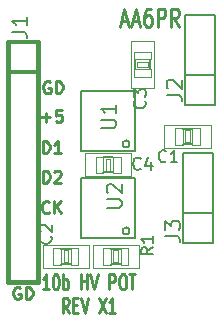
<source format=gto>
G04 (created by PCBNEW-RS274X (2012-01-19 BZR 3256)-stable) date 08/02/2013 12:46:22*
G01*
G70*
G90*
%MOIN*%
G04 Gerber Fmt 3.4, Leading zero omitted, Abs format*
%FSLAX34Y34*%
G04 APERTURE LIST*
%ADD10C,0.006000*%
%ADD11C,0.010000*%
%ADD12C,0.008800*%
%ADD13C,0.015000*%
%ADD14C,0.012000*%
%ADD15C,0.005000*%
%ADD16C,0.002600*%
%ADD17C,0.002000*%
%ADD18C,0.008000*%
G04 APERTURE END LIST*
G54D10*
G54D11*
X38565Y-20681D02*
X38527Y-20662D01*
X38470Y-20662D01*
X38412Y-20681D01*
X38374Y-20719D01*
X38355Y-20757D01*
X38336Y-20833D01*
X38336Y-20890D01*
X38355Y-20967D01*
X38374Y-21005D01*
X38412Y-21043D01*
X38470Y-21062D01*
X38508Y-21062D01*
X38565Y-21043D01*
X38584Y-21024D01*
X38584Y-20890D01*
X38508Y-20890D01*
X38755Y-21062D02*
X38755Y-20662D01*
X38850Y-20662D01*
X38908Y-20681D01*
X38946Y-20719D01*
X38965Y-20757D01*
X38984Y-20833D01*
X38984Y-20890D01*
X38965Y-20967D01*
X38946Y-21005D01*
X38908Y-21043D01*
X38850Y-21062D01*
X38755Y-21062D01*
X38325Y-24042D02*
X38325Y-23642D01*
X38420Y-23642D01*
X38478Y-23661D01*
X38516Y-23699D01*
X38535Y-23737D01*
X38554Y-23813D01*
X38554Y-23870D01*
X38535Y-23947D01*
X38516Y-23985D01*
X38478Y-24023D01*
X38420Y-24042D01*
X38325Y-24042D01*
X38706Y-23680D02*
X38725Y-23661D01*
X38763Y-23642D01*
X38859Y-23642D01*
X38897Y-23661D01*
X38916Y-23680D01*
X38935Y-23718D01*
X38935Y-23756D01*
X38916Y-23813D01*
X38687Y-24042D01*
X38935Y-24042D01*
X38325Y-23062D02*
X38325Y-22662D01*
X38420Y-22662D01*
X38478Y-22681D01*
X38516Y-22719D01*
X38535Y-22757D01*
X38554Y-22833D01*
X38554Y-22890D01*
X38535Y-22967D01*
X38516Y-23005D01*
X38478Y-23043D01*
X38420Y-23062D01*
X38325Y-23062D01*
X38935Y-23062D02*
X38706Y-23062D01*
X38820Y-23062D02*
X38820Y-22662D01*
X38782Y-22719D01*
X38744Y-22757D01*
X38706Y-22776D01*
X37565Y-27541D02*
X37527Y-27522D01*
X37470Y-27522D01*
X37412Y-27541D01*
X37374Y-27579D01*
X37355Y-27617D01*
X37336Y-27693D01*
X37336Y-27750D01*
X37355Y-27827D01*
X37374Y-27865D01*
X37412Y-27903D01*
X37470Y-27922D01*
X37508Y-27922D01*
X37565Y-27903D01*
X37584Y-27884D01*
X37584Y-27750D01*
X37508Y-27750D01*
X37755Y-27922D02*
X37755Y-27522D01*
X37850Y-27522D01*
X37908Y-27541D01*
X37946Y-27579D01*
X37965Y-27617D01*
X37984Y-27693D01*
X37984Y-27750D01*
X37965Y-27827D01*
X37946Y-27865D01*
X37908Y-27903D01*
X37850Y-27922D01*
X37755Y-27922D01*
X38544Y-25024D02*
X38525Y-25043D01*
X38468Y-25062D01*
X38430Y-25062D01*
X38372Y-25043D01*
X38334Y-25005D01*
X38315Y-24967D01*
X38296Y-24890D01*
X38296Y-24833D01*
X38315Y-24757D01*
X38334Y-24719D01*
X38372Y-24681D01*
X38430Y-24662D01*
X38468Y-24662D01*
X38525Y-24681D01*
X38544Y-24700D01*
X38715Y-25062D02*
X38715Y-24662D01*
X38944Y-25062D02*
X38772Y-24833D01*
X38944Y-24662D02*
X38715Y-24890D01*
X38277Y-21870D02*
X38582Y-21870D01*
X38430Y-22022D02*
X38430Y-21717D01*
X38963Y-21622D02*
X38772Y-21622D01*
X38753Y-21812D01*
X38772Y-21793D01*
X38810Y-21774D01*
X38906Y-21774D01*
X38944Y-21793D01*
X38963Y-21812D01*
X38982Y-21850D01*
X38982Y-21946D01*
X38963Y-21984D01*
X38944Y-22003D01*
X38906Y-22022D01*
X38810Y-22022D01*
X38772Y-22003D01*
X38753Y-21984D01*
X40936Y-18671D02*
X41150Y-18671D01*
X40893Y-18843D02*
X41043Y-18243D01*
X41193Y-18843D01*
X41322Y-18671D02*
X41536Y-18671D01*
X41279Y-18843D02*
X41429Y-18243D01*
X41579Y-18843D01*
X41922Y-18243D02*
X41836Y-18243D01*
X41793Y-18271D01*
X41772Y-18300D01*
X41729Y-18386D01*
X41708Y-18500D01*
X41708Y-18729D01*
X41729Y-18786D01*
X41751Y-18814D01*
X41793Y-18843D01*
X41879Y-18843D01*
X41922Y-18814D01*
X41943Y-18786D01*
X41965Y-18729D01*
X41965Y-18586D01*
X41943Y-18529D01*
X41922Y-18500D01*
X41879Y-18471D01*
X41793Y-18471D01*
X41751Y-18500D01*
X41729Y-18529D01*
X41708Y-18586D01*
X42158Y-18843D02*
X42158Y-18243D01*
X42330Y-18243D01*
X42372Y-18271D01*
X42394Y-18300D01*
X42415Y-18357D01*
X42415Y-18443D01*
X42394Y-18500D01*
X42372Y-18529D01*
X42330Y-18557D01*
X42158Y-18557D01*
X42865Y-18843D02*
X42715Y-18557D01*
X42608Y-18843D02*
X42608Y-18243D01*
X42780Y-18243D01*
X42822Y-18271D01*
X42844Y-18300D01*
X42865Y-18357D01*
X42865Y-18443D01*
X42844Y-18500D01*
X42822Y-18529D01*
X42780Y-18557D01*
X42608Y-18557D01*
G54D12*
X38533Y-27602D02*
X38333Y-27602D01*
X38433Y-27602D02*
X38433Y-27102D01*
X38399Y-27174D01*
X38366Y-27221D01*
X38333Y-27245D01*
X38749Y-27102D02*
X38782Y-27102D01*
X38816Y-27126D01*
X38832Y-27150D01*
X38849Y-27198D01*
X38866Y-27293D01*
X38866Y-27412D01*
X38849Y-27507D01*
X38832Y-27555D01*
X38816Y-27579D01*
X38782Y-27602D01*
X38749Y-27602D01*
X38716Y-27579D01*
X38699Y-27555D01*
X38682Y-27507D01*
X38666Y-27412D01*
X38666Y-27293D01*
X38682Y-27198D01*
X38699Y-27150D01*
X38716Y-27126D01*
X38749Y-27102D01*
X39015Y-27602D02*
X39015Y-27102D01*
X39015Y-27293D02*
X39049Y-27269D01*
X39115Y-27269D01*
X39149Y-27293D01*
X39165Y-27317D01*
X39182Y-27364D01*
X39182Y-27507D01*
X39165Y-27555D01*
X39149Y-27579D01*
X39115Y-27602D01*
X39049Y-27602D01*
X39015Y-27579D01*
X39599Y-27602D02*
X39599Y-27102D01*
X39599Y-27340D02*
X39799Y-27340D01*
X39799Y-27602D02*
X39799Y-27102D01*
X39916Y-27102D02*
X40033Y-27602D01*
X40150Y-27102D01*
X40533Y-27602D02*
X40533Y-27102D01*
X40667Y-27102D01*
X40700Y-27126D01*
X40717Y-27150D01*
X40733Y-27198D01*
X40733Y-27269D01*
X40717Y-27317D01*
X40700Y-27340D01*
X40667Y-27364D01*
X40533Y-27364D01*
X40950Y-27102D02*
X41017Y-27102D01*
X41050Y-27126D01*
X41083Y-27174D01*
X41100Y-27269D01*
X41100Y-27436D01*
X41083Y-27531D01*
X41050Y-27579D01*
X41017Y-27602D01*
X40950Y-27602D01*
X40917Y-27579D01*
X40883Y-27531D01*
X40867Y-27436D01*
X40867Y-27269D01*
X40883Y-27174D01*
X40917Y-27126D01*
X40950Y-27102D01*
X41200Y-27102D02*
X41400Y-27102D01*
X41300Y-27602D02*
X41300Y-27102D01*
X39183Y-28390D02*
X39067Y-28152D01*
X38983Y-28390D02*
X38983Y-27890D01*
X39117Y-27890D01*
X39150Y-27914D01*
X39167Y-27938D01*
X39183Y-27986D01*
X39183Y-28057D01*
X39167Y-28105D01*
X39150Y-28128D01*
X39117Y-28152D01*
X38983Y-28152D01*
X39333Y-28128D02*
X39450Y-28128D01*
X39500Y-28390D02*
X39333Y-28390D01*
X39333Y-27890D01*
X39500Y-27890D01*
X39600Y-27890D02*
X39717Y-28390D01*
X39834Y-27890D01*
X40184Y-27890D02*
X40417Y-28390D01*
X40417Y-27890D02*
X40184Y-28390D01*
X40734Y-28390D02*
X40534Y-28390D01*
X40634Y-28390D02*
X40634Y-27890D01*
X40600Y-27962D01*
X40567Y-28009D01*
X40534Y-28033D01*
G54D10*
X44050Y-21450D02*
X43050Y-21450D01*
X43050Y-21450D02*
X43050Y-18450D01*
X43050Y-18450D02*
X44050Y-18450D01*
X44050Y-18450D02*
X44050Y-21450D01*
X43050Y-20450D02*
X44050Y-20450D01*
X44000Y-26050D02*
X43000Y-26050D01*
X43000Y-26050D02*
X43000Y-23050D01*
X43000Y-23050D02*
X44000Y-23050D01*
X44000Y-23050D02*
X44000Y-26050D01*
X43000Y-25050D02*
X44000Y-25050D01*
G54D13*
X38150Y-19350D02*
X38150Y-27350D01*
X38150Y-27350D02*
X37150Y-27350D01*
X37150Y-27350D02*
X37150Y-19350D01*
G54D14*
X37150Y-19350D02*
X38150Y-19350D01*
X37150Y-20350D02*
X38150Y-20350D01*
G54D15*
X41211Y-22750D02*
X41208Y-22771D01*
X41202Y-22792D01*
X41192Y-22811D01*
X41178Y-22828D01*
X41162Y-22842D01*
X41143Y-22852D01*
X41122Y-22858D01*
X41100Y-22860D01*
X41080Y-22859D01*
X41059Y-22852D01*
X41040Y-22842D01*
X41023Y-22829D01*
X41009Y-22812D01*
X40998Y-22793D01*
X40992Y-22773D01*
X40990Y-22751D01*
X40991Y-22730D01*
X40997Y-22710D01*
X41007Y-22690D01*
X41021Y-22673D01*
X41037Y-22659D01*
X41056Y-22649D01*
X41077Y-22642D01*
X41098Y-22640D01*
X41119Y-22641D01*
X41140Y-22647D01*
X41159Y-22657D01*
X41176Y-22670D01*
X41190Y-22687D01*
X41201Y-22705D01*
X41208Y-22726D01*
X41210Y-22747D01*
X41211Y-22750D01*
X39600Y-21000D02*
X39600Y-23000D01*
X39600Y-23000D02*
X41400Y-23000D01*
X41400Y-23000D02*
X41400Y-21000D01*
X41400Y-21000D02*
X39600Y-21000D01*
X41211Y-25650D02*
X41208Y-25671D01*
X41202Y-25692D01*
X41192Y-25711D01*
X41178Y-25728D01*
X41162Y-25742D01*
X41143Y-25752D01*
X41122Y-25758D01*
X41100Y-25760D01*
X41080Y-25759D01*
X41059Y-25752D01*
X41040Y-25742D01*
X41023Y-25729D01*
X41009Y-25712D01*
X40998Y-25693D01*
X40992Y-25673D01*
X40990Y-25651D01*
X40991Y-25630D01*
X40997Y-25610D01*
X41007Y-25590D01*
X41021Y-25573D01*
X41037Y-25559D01*
X41056Y-25549D01*
X41077Y-25542D01*
X41098Y-25540D01*
X41119Y-25541D01*
X41140Y-25547D01*
X41159Y-25557D01*
X41176Y-25570D01*
X41190Y-25587D01*
X41201Y-25605D01*
X41208Y-25626D01*
X41210Y-25647D01*
X41211Y-25650D01*
X39600Y-23900D02*
X39600Y-25900D01*
X39600Y-25900D02*
X41400Y-25900D01*
X41400Y-25900D02*
X41400Y-23900D01*
X41400Y-23900D02*
X39600Y-23900D01*
G54D16*
X42990Y-22225D02*
X42735Y-22225D01*
X42735Y-22225D02*
X42735Y-22776D01*
X42990Y-22776D02*
X42735Y-22776D01*
X42990Y-22225D02*
X42990Y-22776D01*
X43570Y-22225D02*
X43314Y-22225D01*
X43314Y-22225D02*
X43314Y-22776D01*
X43570Y-22776D02*
X43314Y-22776D01*
X43570Y-22225D02*
X43570Y-22776D01*
X43228Y-22304D02*
X43072Y-22304D01*
X43072Y-22304D02*
X43072Y-22696D01*
X43228Y-22696D02*
X43072Y-22696D01*
X43228Y-22304D02*
X43228Y-22696D01*
G54D10*
X43311Y-22750D02*
X42989Y-22750D01*
X43311Y-22250D02*
X42989Y-22250D01*
G54D17*
X43926Y-22887D02*
X42374Y-22887D01*
X42374Y-22887D02*
X42374Y-22113D01*
X42374Y-22113D02*
X43926Y-22113D01*
X43926Y-22113D02*
X43926Y-22887D01*
G54D16*
X39260Y-26775D02*
X39515Y-26775D01*
X39515Y-26775D02*
X39515Y-26224D01*
X39260Y-26224D02*
X39515Y-26224D01*
X39260Y-26775D02*
X39260Y-26224D01*
X38680Y-26775D02*
X38936Y-26775D01*
X38936Y-26775D02*
X38936Y-26224D01*
X38680Y-26224D02*
X38936Y-26224D01*
X38680Y-26775D02*
X38680Y-26224D01*
X39022Y-26696D02*
X39178Y-26696D01*
X39178Y-26696D02*
X39178Y-26304D01*
X39022Y-26304D02*
X39178Y-26304D01*
X39022Y-26696D02*
X39022Y-26304D01*
G54D10*
X38939Y-26250D02*
X39261Y-26250D01*
X38939Y-26750D02*
X39261Y-26750D01*
G54D17*
X38324Y-26113D02*
X39876Y-26113D01*
X39876Y-26113D02*
X39876Y-26887D01*
X39876Y-26887D02*
X38324Y-26887D01*
X38324Y-26887D02*
X38324Y-26113D01*
G54D16*
X41925Y-19940D02*
X41925Y-19685D01*
X41925Y-19685D02*
X41374Y-19685D01*
X41374Y-19940D02*
X41374Y-19685D01*
X41925Y-19940D02*
X41374Y-19940D01*
X41925Y-20520D02*
X41925Y-20264D01*
X41925Y-20264D02*
X41374Y-20264D01*
X41374Y-20520D02*
X41374Y-20264D01*
X41925Y-20520D02*
X41374Y-20520D01*
X41846Y-20178D02*
X41846Y-20022D01*
X41846Y-20022D02*
X41454Y-20022D01*
X41454Y-20178D02*
X41454Y-20022D01*
X41846Y-20178D02*
X41454Y-20178D01*
G54D10*
X41400Y-20261D02*
X41400Y-19939D01*
X41900Y-20261D02*
X41900Y-19939D01*
G54D17*
X41263Y-20876D02*
X41263Y-19324D01*
X41263Y-19324D02*
X42037Y-19324D01*
X42037Y-19324D02*
X42037Y-20876D01*
X42037Y-20876D02*
X41263Y-20876D01*
G54D16*
X40340Y-23175D02*
X40085Y-23175D01*
X40085Y-23175D02*
X40085Y-23726D01*
X40340Y-23726D02*
X40085Y-23726D01*
X40340Y-23175D02*
X40340Y-23726D01*
X40920Y-23175D02*
X40664Y-23175D01*
X40664Y-23175D02*
X40664Y-23726D01*
X40920Y-23726D02*
X40664Y-23726D01*
X40920Y-23175D02*
X40920Y-23726D01*
X40578Y-23254D02*
X40422Y-23254D01*
X40422Y-23254D02*
X40422Y-23646D01*
X40578Y-23646D02*
X40422Y-23646D01*
X40578Y-23254D02*
X40578Y-23646D01*
G54D10*
X40661Y-23700D02*
X40339Y-23700D01*
X40661Y-23200D02*
X40339Y-23200D01*
G54D17*
X41276Y-23837D02*
X39724Y-23837D01*
X39724Y-23837D02*
X39724Y-23063D01*
X39724Y-23063D02*
X41276Y-23063D01*
X41276Y-23063D02*
X41276Y-23837D01*
G54D16*
X40600Y-26225D02*
X40345Y-26225D01*
X40345Y-26225D02*
X40345Y-26776D01*
X40600Y-26776D02*
X40345Y-26776D01*
X40600Y-26225D02*
X40600Y-26776D01*
X41180Y-26225D02*
X40924Y-26225D01*
X40924Y-26225D02*
X40924Y-26776D01*
X41180Y-26776D02*
X40924Y-26776D01*
X41180Y-26225D02*
X41180Y-26776D01*
X40838Y-26304D02*
X40682Y-26304D01*
X40682Y-26304D02*
X40682Y-26696D01*
X40838Y-26696D02*
X40682Y-26696D01*
X40838Y-26304D02*
X40838Y-26696D01*
G54D10*
X40921Y-26750D02*
X40599Y-26750D01*
X40921Y-26250D02*
X40599Y-26250D01*
G54D17*
X41536Y-26887D02*
X39984Y-26887D01*
X39984Y-26887D02*
X39984Y-26113D01*
X39984Y-26113D02*
X41536Y-26113D01*
X41536Y-26113D02*
X41536Y-26887D01*
G54D18*
X42452Y-21116D02*
X42810Y-21116D01*
X42881Y-21140D01*
X42929Y-21188D01*
X42952Y-21259D01*
X42952Y-21307D01*
X42500Y-20902D02*
X42476Y-20878D01*
X42452Y-20830D01*
X42452Y-20711D01*
X42476Y-20664D01*
X42500Y-20640D01*
X42548Y-20616D01*
X42595Y-20616D01*
X42667Y-20640D01*
X42952Y-20926D01*
X42952Y-20616D01*
X42402Y-25816D02*
X42760Y-25816D01*
X42831Y-25840D01*
X42879Y-25888D01*
X42902Y-25959D01*
X42902Y-26007D01*
X42402Y-25626D02*
X42402Y-25316D01*
X42593Y-25483D01*
X42593Y-25411D01*
X42617Y-25364D01*
X42640Y-25340D01*
X42688Y-25316D01*
X42807Y-25316D01*
X42855Y-25340D01*
X42879Y-25364D01*
X42902Y-25411D01*
X42902Y-25554D01*
X42879Y-25602D01*
X42855Y-25626D01*
X37302Y-19016D02*
X37660Y-19016D01*
X37731Y-19040D01*
X37779Y-19088D01*
X37802Y-19159D01*
X37802Y-19207D01*
X37802Y-18516D02*
X37802Y-18802D01*
X37802Y-18659D02*
X37302Y-18659D01*
X37374Y-18707D01*
X37421Y-18754D01*
X37445Y-18802D01*
G54D15*
X40252Y-22231D02*
X40657Y-22231D01*
X40705Y-22207D01*
X40729Y-22183D01*
X40752Y-22136D01*
X40752Y-22040D01*
X40729Y-21993D01*
X40705Y-21969D01*
X40657Y-21945D01*
X40252Y-21945D01*
X40752Y-21445D02*
X40752Y-21731D01*
X40752Y-21588D02*
X40252Y-21588D01*
X40324Y-21636D01*
X40371Y-21683D01*
X40395Y-21731D01*
X40452Y-24881D02*
X40857Y-24881D01*
X40905Y-24857D01*
X40929Y-24833D01*
X40952Y-24786D01*
X40952Y-24690D01*
X40929Y-24643D01*
X40905Y-24619D01*
X40857Y-24595D01*
X40452Y-24595D01*
X40500Y-24381D02*
X40476Y-24357D01*
X40452Y-24309D01*
X40452Y-24190D01*
X40476Y-24143D01*
X40500Y-24119D01*
X40548Y-24095D01*
X40595Y-24095D01*
X40667Y-24119D01*
X40952Y-24405D01*
X40952Y-24095D01*
X42434Y-23324D02*
X42415Y-23343D01*
X42358Y-23362D01*
X42320Y-23362D01*
X42262Y-23343D01*
X42224Y-23305D01*
X42205Y-23267D01*
X42186Y-23190D01*
X42186Y-23133D01*
X42205Y-23057D01*
X42224Y-23019D01*
X42262Y-22981D01*
X42320Y-22962D01*
X42358Y-22962D01*
X42415Y-22981D01*
X42434Y-23000D01*
X42815Y-23362D02*
X42586Y-23362D01*
X42700Y-23362D02*
X42700Y-22962D01*
X42662Y-23019D01*
X42624Y-23057D01*
X42586Y-23076D01*
X38584Y-25826D02*
X38603Y-25845D01*
X38622Y-25902D01*
X38622Y-25940D01*
X38603Y-25998D01*
X38565Y-26036D01*
X38527Y-26055D01*
X38450Y-26074D01*
X38393Y-26074D01*
X38317Y-26055D01*
X38279Y-26036D01*
X38241Y-25998D01*
X38222Y-25940D01*
X38222Y-25902D01*
X38241Y-25845D01*
X38260Y-25826D01*
X38260Y-25674D02*
X38241Y-25655D01*
X38222Y-25617D01*
X38222Y-25521D01*
X38241Y-25483D01*
X38260Y-25464D01*
X38298Y-25445D01*
X38336Y-25445D01*
X38393Y-25464D01*
X38622Y-25693D01*
X38622Y-25445D01*
X41724Y-21316D02*
X41743Y-21335D01*
X41762Y-21392D01*
X41762Y-21430D01*
X41743Y-21488D01*
X41705Y-21526D01*
X41667Y-21545D01*
X41590Y-21564D01*
X41533Y-21564D01*
X41457Y-21545D01*
X41419Y-21526D01*
X41381Y-21488D01*
X41362Y-21430D01*
X41362Y-21392D01*
X41381Y-21335D01*
X41400Y-21316D01*
X41362Y-21183D02*
X41362Y-20935D01*
X41514Y-21069D01*
X41514Y-21011D01*
X41533Y-20973D01*
X41552Y-20954D01*
X41590Y-20935D01*
X41686Y-20935D01*
X41724Y-20954D01*
X41743Y-20973D01*
X41762Y-21011D01*
X41762Y-21126D01*
X41743Y-21164D01*
X41724Y-21183D01*
X41584Y-23574D02*
X41565Y-23593D01*
X41508Y-23612D01*
X41470Y-23612D01*
X41412Y-23593D01*
X41374Y-23555D01*
X41355Y-23517D01*
X41336Y-23440D01*
X41336Y-23383D01*
X41355Y-23307D01*
X41374Y-23269D01*
X41412Y-23231D01*
X41470Y-23212D01*
X41508Y-23212D01*
X41565Y-23231D01*
X41584Y-23250D01*
X41927Y-23345D02*
X41927Y-23612D01*
X41831Y-23193D02*
X41736Y-23479D01*
X41984Y-23479D01*
X42002Y-26206D02*
X41811Y-26340D01*
X42002Y-26435D02*
X41602Y-26435D01*
X41602Y-26282D01*
X41621Y-26244D01*
X41640Y-26225D01*
X41678Y-26206D01*
X41735Y-26206D01*
X41773Y-26225D01*
X41792Y-26244D01*
X41811Y-26282D01*
X41811Y-26435D01*
X42002Y-25825D02*
X42002Y-26054D01*
X42002Y-25940D02*
X41602Y-25940D01*
X41659Y-25978D01*
X41697Y-26016D01*
X41716Y-26054D01*
M02*

</source>
